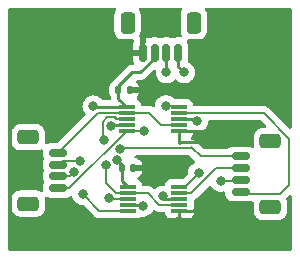
<source format=gbr>
%TF.GenerationSoftware,KiCad,Pcbnew,(6.0.4-0)*%
%TF.CreationDate,2023-02-21T13:55:29-07:00*%
%TF.ProjectId,polarity_inverter,706f6c61-7269-4747-995f-696e76657274,rev?*%
%TF.SameCoordinates,Original*%
%TF.FileFunction,Copper,L1,Top*%
%TF.FilePolarity,Positive*%
%FSLAX46Y46*%
G04 Gerber Fmt 4.6, Leading zero omitted, Abs format (unit mm)*
G04 Created by KiCad (PCBNEW (6.0.4-0)) date 2023-02-21 13:55:29*
%MOMM*%
%LPD*%
G01*
G04 APERTURE LIST*
G04 Aperture macros list*
%AMRoundRect*
0 Rectangle with rounded corners*
0 $1 Rounding radius*
0 $2 $3 $4 $5 $6 $7 $8 $9 X,Y pos of 4 corners*
0 Add a 4 corners polygon primitive as box body*
4,1,4,$2,$3,$4,$5,$6,$7,$8,$9,$2,$3,0*
0 Add four circle primitives for the rounded corners*
1,1,$1+$1,$2,$3*
1,1,$1+$1,$4,$5*
1,1,$1+$1,$6,$7*
1,1,$1+$1,$8,$9*
0 Add four rect primitives between the rounded corners*
20,1,$1+$1,$2,$3,$4,$5,0*
20,1,$1+$1,$4,$5,$6,$7,0*
20,1,$1+$1,$6,$7,$8,$9,0*
20,1,$1+$1,$8,$9,$2,$3,0*%
G04 Aperture macros list end*
%TA.AperFunction,SMDPad,CuDef*%
%ADD10RoundRect,0.150000X-0.150000X-0.625000X0.150000X-0.625000X0.150000X0.625000X-0.150000X0.625000X0*%
%TD*%
%TA.AperFunction,SMDPad,CuDef*%
%ADD11RoundRect,0.250000X-0.350000X-0.650000X0.350000X-0.650000X0.350000X0.650000X-0.350000X0.650000X0*%
%TD*%
%TA.AperFunction,SMDPad,CuDef*%
%ADD12RoundRect,0.150000X0.625000X-0.150000X0.625000X0.150000X-0.625000X0.150000X-0.625000X-0.150000X0*%
%TD*%
%TA.AperFunction,SMDPad,CuDef*%
%ADD13RoundRect,0.250000X0.650000X-0.350000X0.650000X0.350000X-0.650000X0.350000X-0.650000X-0.350000X0*%
%TD*%
%TA.AperFunction,SMDPad,CuDef*%
%ADD14RoundRect,0.150000X-0.625000X0.150000X-0.625000X-0.150000X0.625000X-0.150000X0.625000X0.150000X0*%
%TD*%
%TA.AperFunction,SMDPad,CuDef*%
%ADD15RoundRect,0.250000X-0.650000X0.350000X-0.650000X-0.350000X0.650000X-0.350000X0.650000X0.350000X0*%
%TD*%
%TA.AperFunction,SMDPad,CuDef*%
%ADD16R,1.400000X0.300000*%
%TD*%
%TA.AperFunction,SMDPad,CuDef*%
%ADD17RoundRect,0.140000X-0.140000X-0.170000X0.140000X-0.170000X0.140000X0.170000X-0.140000X0.170000X0*%
%TD*%
%TA.AperFunction,ViaPad*%
%ADD18C,0.800000*%
%TD*%
%TA.AperFunction,Conductor*%
%ADD19C,0.250000*%
%TD*%
%TA.AperFunction,Conductor*%
%ADD20C,0.200000*%
%TD*%
G04 APERTURE END LIST*
D10*
%TO.P,J1,1,gnd*%
%TO.N,GND*%
X134900000Y-114325000D03*
%TO.P,J1,2,VCC*%
%TO.N,VCC*%
X135900000Y-114325000D03*
%TO.P,J1,3,SDA*%
%TO.N,/half_inverter/ctrl+*%
X136900000Y-114325000D03*
%TO.P,J1,4,SCL*%
%TO.N,/half_inverter1/ctrl+*%
X137900000Y-114325000D03*
D11*
%TO.P,J1,MP*%
%TO.N,N/C*%
X133600000Y-111800000D03*
X139200000Y-111800000D03*
%TD*%
D12*
%TO.P,J2,1,gnd*%
%TO.N,/half_inverter/in+*%
X127725000Y-125800000D03*
%TO.P,J2,2,VCC*%
%TO.N,/half_inverter1/in+*%
X127725000Y-124800000D03*
%TO.P,J2,3,SDA*%
%TO.N,/half_inverter1/in-*%
X127725000Y-123800000D03*
%TO.P,J2,4,SCL*%
%TO.N,/half_inverter/in-*%
X127725000Y-122800000D03*
D13*
%TO.P,J2,MP*%
%TO.N,N/C*%
X125200000Y-121500000D03*
X125200000Y-127100000D03*
%TD*%
D14*
%TO.P,J3,1,gnd*%
%TO.N,/half_inverter/out+*%
X143175000Y-123100000D03*
%TO.P,J3,2,VCC*%
%TO.N,/half_inverter1/out-*%
X143175000Y-124100000D03*
%TO.P,J3,3,SDA*%
%TO.N,/half_inverter1/out+*%
X143175000Y-125100000D03*
%TO.P,J3,4,SCL*%
%TO.N,/half_inverter/out-*%
X143175000Y-126100000D03*
D15*
%TO.P,J3,MP*%
%TO.N,N/C*%
X145700000Y-127400000D03*
X145700000Y-121800000D03*
%TD*%
D16*
%TO.P,U1,1,VCC*%
%TO.N,VCC*%
X133540000Y-118940000D03*
%TO.P,U1,2*%
%TO.N,/half_inverter/in-*%
X133540000Y-119440000D03*
%TO.P,U1,3*%
%TO.N,/half_inverter/out+*%
X133540000Y-119940000D03*
%TO.P,U1,4*%
%TO.N,/half_inverter/ctrl+*%
X133540000Y-120440000D03*
%TO.P,U1,5*%
%TO.N,/half_inverter/in+*%
X133540000Y-120940000D03*
%TO.P,U1,6,GND*%
%TO.N,GND*%
X137940000Y-120940000D03*
%TO.P,U1,7*%
%TO.N,/half_inverter/in-*%
X137940000Y-120440000D03*
%TO.P,U1,8*%
%TO.N,/half_inverter/ctrl+*%
X137940000Y-119940000D03*
%TO.P,U1,9*%
%TO.N,/half_inverter/out-*%
X137940000Y-119440000D03*
%TO.P,U1,10*%
%TO.N,/half_inverter/in+*%
X137940000Y-118940000D03*
%TD*%
D17*
%TO.P,C2,1*%
%TO.N,VCC*%
X133100000Y-124100000D03*
%TO.P,C2,2*%
%TO.N,GND*%
X134060000Y-124100000D03*
%TD*%
D16*
%TO.P,U2,1,VCC*%
%TO.N,VCC*%
X133600000Y-125700000D03*
%TO.P,U2,2*%
%TO.N,/half_inverter1/in-*%
X133600000Y-126200000D03*
%TO.P,U2,3*%
%TO.N,/half_inverter1/out+*%
X133600000Y-126700000D03*
%TO.P,U2,4*%
%TO.N,/half_inverter1/ctrl+*%
X133600000Y-127200000D03*
%TO.P,U2,5*%
%TO.N,/half_inverter1/in+*%
X133600000Y-127700000D03*
%TO.P,U2,6,GND*%
%TO.N,GND*%
X138000000Y-127700000D03*
%TO.P,U2,7*%
%TO.N,/half_inverter1/in-*%
X138000000Y-127200000D03*
%TO.P,U2,8*%
%TO.N,/half_inverter1/ctrl+*%
X138000000Y-126700000D03*
%TO.P,U2,9*%
%TO.N,/half_inverter1/out-*%
X138000000Y-126200000D03*
%TO.P,U2,10*%
%TO.N,/half_inverter1/in+*%
X138000000Y-125700000D03*
%TD*%
D17*
%TO.P,C1,1*%
%TO.N,VCC*%
X132820000Y-117500000D03*
%TO.P,C1,2*%
%TO.N,GND*%
X133780000Y-117500000D03*
%TD*%
D18*
%TO.N,GND*%
X135000000Y-117500000D03*
X142500000Y-127600000D03*
X140200000Y-121500000D03*
X138000000Y-128600000D03*
X135796060Y-123801000D03*
X131700000Y-114400000D03*
%TO.N,VCC*%
X132737354Y-123453056D03*
X130700841Y-118847511D03*
%TO.N,/half_inverter/ctrl+*%
X136900000Y-116000000D03*
X132190544Y-120513545D03*
X139500000Y-120139500D03*
%TO.N,/half_inverter1/ctrl+*%
X134900000Y-127300000D03*
X138400000Y-116000000D03*
X136594622Y-126500500D03*
%TO.N,/half_inverter/in+*%
X136857777Y-118828147D03*
X135000000Y-121000000D03*
%TO.N,/half_inverter1/in+*%
X139655378Y-124500500D03*
X129095378Y-124395378D03*
X129800000Y-126300000D03*
%TO.N,/half_inverter1/in-*%
X131800000Y-123800000D03*
X129548571Y-123504523D03*
%TO.N,/half_inverter/out+*%
X131600000Y-121700000D03*
X132984622Y-122484622D03*
%TO.N,/half_inverter1/out+*%
X132058867Y-126597133D03*
X141500000Y-125200000D03*
%TD*%
D19*
%TO.N,GND*%
X138000000Y-127700000D02*
X139400000Y-127700000D01*
X139500000Y-127600000D02*
X139400000Y-127700000D01*
X134060000Y-124100000D02*
X135497060Y-124100000D01*
X138124519Y-121875481D02*
X139824519Y-121875481D01*
X139800000Y-127600000D02*
X142500000Y-127600000D01*
X139800000Y-127600000D02*
X139700000Y-127700000D01*
X138000000Y-128600000D02*
X138000000Y-127700000D01*
X139800000Y-127600000D02*
X139500000Y-127600000D01*
X138800000Y-128600000D02*
X138000000Y-128600000D01*
X140200000Y-121200000D02*
X140200000Y-121500000D01*
X139940000Y-120940000D02*
X137940000Y-120940000D01*
X139700000Y-127700000D02*
X138800000Y-128600000D01*
X137940000Y-120940000D02*
X137940000Y-121940000D01*
X133780000Y-117500000D02*
X135000000Y-117500000D01*
X134900000Y-114325000D02*
X131775000Y-114325000D01*
X138000000Y-122000000D02*
X138124519Y-121875481D01*
X139940000Y-120940000D02*
X140200000Y-121200000D01*
X139824519Y-121875481D02*
X140200000Y-121500000D01*
X138000000Y-122000000D02*
X137940000Y-121940000D01*
X135497060Y-124100000D02*
X135796060Y-123801000D01*
X131775000Y-114325000D02*
X131700000Y-114400000D01*
%TO.N,VCC*%
X132820000Y-117180000D02*
X132820000Y-117500000D01*
X133600000Y-125700000D02*
X133100000Y-125200000D01*
X133100000Y-124100000D02*
X133100000Y-123815702D01*
X134671072Y-116000000D02*
X134000000Y-116000000D01*
X133100000Y-125200000D02*
X133100000Y-124100000D01*
X135900000Y-114771072D02*
X134671072Y-116000000D01*
X132820000Y-118220000D02*
X133540000Y-118940000D01*
X133100000Y-123815702D02*
X132737354Y-123453056D01*
X130700841Y-118847511D02*
X130793330Y-118940000D01*
X130793330Y-118940000D02*
X133540000Y-118940000D01*
X134000000Y-116000000D02*
X132820000Y-117180000D01*
X132820000Y-117500000D02*
X132820000Y-118220000D01*
%TO.N,/half_inverter/ctrl+*%
X137940000Y-119940000D02*
X139300500Y-119940000D01*
X132264089Y-120440000D02*
X132190544Y-120513545D01*
X133540000Y-120440000D02*
X132264089Y-120440000D01*
X136900000Y-114325000D02*
X136900000Y-116000000D01*
X139300500Y-119940000D02*
X139500000Y-120139500D01*
%TO.N,/half_inverter1/ctrl+*%
X133600000Y-127200000D02*
X134800000Y-127200000D01*
X136794122Y-126700000D02*
X138000000Y-126700000D01*
X137900000Y-114325000D02*
X137900000Y-115500000D01*
X134800000Y-127200000D02*
X134900000Y-127300000D01*
X136594622Y-126500500D02*
X136794122Y-126700000D01*
X137900000Y-115500000D02*
X138400000Y-116000000D01*
D20*
%TO.N,/half_inverter/in+*%
X134940000Y-120940000D02*
X135000000Y-121000000D01*
X128680000Y-125800000D02*
X127725000Y-125800000D01*
X133540000Y-120940000D02*
X128680000Y-125800000D01*
X136857777Y-118828147D02*
X137828147Y-118828147D01*
X137828147Y-118828147D02*
X137940000Y-118940000D01*
X133540000Y-120940000D02*
X134940000Y-120940000D01*
%TO.N,/half_inverter1/in+*%
X138455878Y-125700000D02*
X139655378Y-124500500D01*
X131200000Y-127700000D02*
X133600000Y-127700000D01*
X128690756Y-124800000D02*
X129095378Y-124395378D01*
X129800000Y-126300000D02*
X131200000Y-127700000D01*
X127725000Y-124800000D02*
X128690756Y-124800000D01*
%TO.N,/half_inverter1/in-*%
X131800000Y-125349022D02*
X131800000Y-123800000D01*
X135300000Y-126200000D02*
X136300000Y-127200000D01*
X129548571Y-123504523D02*
X128020477Y-123504523D01*
X133600000Y-126200000D02*
X135300000Y-126200000D01*
X136300000Y-127200000D02*
X138000000Y-127200000D01*
X132650978Y-126200000D02*
X131800000Y-125349022D01*
X133600000Y-126200000D02*
X132650978Y-126200000D01*
X128020477Y-123504523D02*
X127725000Y-123800000D01*
%TO.N,/half_inverter/in-*%
X136440000Y-120440000D02*
X137940000Y-120440000D01*
X133514514Y-119414514D02*
X131110486Y-119414514D01*
X135440000Y-119440000D02*
X136440000Y-120440000D01*
X131110486Y-119414514D02*
X127725000Y-122800000D01*
X133540000Y-119440000D02*
X135440000Y-119440000D01*
%TO.N,/half_inverter/out+*%
X133324519Y-122424519D02*
X133264416Y-122484622D01*
X133264416Y-122484622D02*
X132984622Y-122484622D01*
X131491033Y-120208967D02*
X131885966Y-119814034D01*
X139800000Y-123100000D02*
X139000000Y-122300000D01*
X131885966Y-119814034D02*
X132614034Y-119814034D01*
X143175000Y-123100000D02*
X139800000Y-123100000D01*
X132600480Y-119940000D02*
X132500000Y-119839520D01*
X138875481Y-122424519D02*
X133324519Y-122424519D01*
X132614034Y-119814034D02*
X132740000Y-119940000D01*
X139000000Y-122300000D02*
X138875481Y-122424519D01*
X133540000Y-119940000D02*
X132600480Y-119940000D01*
X132740000Y-119940000D02*
X133540000Y-119940000D01*
X131600000Y-121700000D02*
X131491033Y-121591033D01*
X131491033Y-121591033D02*
X131491033Y-120208967D01*
%TO.N,/half_inverter1/out-*%
X141100000Y-124100000D02*
X143175000Y-124100000D01*
X139000000Y-126200000D02*
X141100000Y-124100000D01*
X138000000Y-126200000D02*
X139000000Y-126200000D01*
%TO.N,/half_inverter1/out+*%
X141500000Y-125200000D02*
X143075000Y-125200000D01*
X133600000Y-126700000D02*
X132161734Y-126700000D01*
X132161734Y-126700000D02*
X132058867Y-126597133D01*
%TO.N,/half_inverter/out-*%
X147300000Y-121622862D02*
X147300000Y-125500000D01*
X137940000Y-119440000D02*
X145117138Y-119440000D01*
X145117138Y-119440000D02*
X147300000Y-121622862D01*
X147300000Y-125500000D02*
X146500000Y-126300000D01*
X146500000Y-126300000D02*
X143375000Y-126300000D01*
%TD*%
%TA.AperFunction,Conductor*%
%TO.N,GND*%
G36*
X132596812Y-110528502D02*
G01*
X132643305Y-110582158D01*
X132653409Y-110652432D01*
X132635951Y-110700616D01*
X132557885Y-110827262D01*
X132502203Y-110995139D01*
X132491500Y-111099600D01*
X132491500Y-112500400D01*
X132502474Y-112606166D01*
X132558450Y-112773946D01*
X132651522Y-112924348D01*
X132776697Y-113049305D01*
X132782927Y-113053145D01*
X132782928Y-113053146D01*
X132920090Y-113137694D01*
X132927262Y-113142115D01*
X133007005Y-113168564D01*
X133088611Y-113195632D01*
X133088613Y-113195632D01*
X133095139Y-113197797D01*
X133101975Y-113198497D01*
X133101978Y-113198498D01*
X133145031Y-113202909D01*
X133199600Y-113208500D01*
X134000400Y-113208500D01*
X134003646Y-113208163D01*
X134003650Y-113208163D01*
X134023187Y-113206136D01*
X134045475Y-113203823D01*
X134115295Y-113216687D01*
X134167077Y-113265258D01*
X134184380Y-113334114D01*
X134166932Y-113393289D01*
X134145352Y-113429779D01*
X134139107Y-113444210D01*
X134096731Y-113590065D01*
X134094430Y-113602667D01*
X134092193Y-113631084D01*
X134092000Y-113636014D01*
X134092000Y-114052885D01*
X134096475Y-114068124D01*
X134097865Y-114069329D01*
X134105548Y-114071000D01*
X134627885Y-114071000D01*
X134643124Y-114066525D01*
X134644329Y-114065135D01*
X134646000Y-114057452D01*
X134646000Y-113063122D01*
X134641525Y-113047883D01*
X134619616Y-113028898D01*
X134610881Y-113024910D01*
X134572494Y-112965186D01*
X134572490Y-112894189D01*
X134586128Y-112863565D01*
X134638275Y-112778968D01*
X134638276Y-112778966D01*
X134642115Y-112772738D01*
X134697797Y-112604861D01*
X134708500Y-112500400D01*
X134708500Y-111099600D01*
X134697526Y-110993834D01*
X134641550Y-110826054D01*
X134564042Y-110700803D01*
X134545204Y-110632351D01*
X134566365Y-110564581D01*
X134620806Y-110519010D01*
X134671186Y-110508500D01*
X138128691Y-110508500D01*
X138196812Y-110528502D01*
X138243305Y-110582158D01*
X138253409Y-110652432D01*
X138235951Y-110700616D01*
X138157885Y-110827262D01*
X138102203Y-110995139D01*
X138091500Y-111099600D01*
X138091500Y-112500400D01*
X138102474Y-112606166D01*
X138158450Y-112773946D01*
X138205017Y-112849197D01*
X138223855Y-112917649D01*
X138202694Y-112985418D01*
X138148253Y-113030990D01*
X138097873Y-113041500D01*
X137683498Y-113041500D01*
X137681050Y-113041693D01*
X137681042Y-113041693D01*
X137652579Y-113043933D01*
X137652574Y-113043934D01*
X137646169Y-113044438D01*
X137581858Y-113063122D01*
X137494012Y-113088643D01*
X137494010Y-113088644D01*
X137486399Y-113090855D01*
X137479576Y-113094890D01*
X137479574Y-113094891D01*
X137464137Y-113104020D01*
X137395321Y-113121478D01*
X137335863Y-113104020D01*
X137320426Y-113094891D01*
X137320424Y-113094890D01*
X137313601Y-113090855D01*
X137305990Y-113088644D01*
X137305988Y-113088643D01*
X137218142Y-113063122D01*
X137153831Y-113044438D01*
X137147426Y-113043934D01*
X137147421Y-113043933D01*
X137118958Y-113041693D01*
X137118950Y-113041693D01*
X137116502Y-113041500D01*
X136683498Y-113041500D01*
X136681050Y-113041693D01*
X136681042Y-113041693D01*
X136652579Y-113043933D01*
X136652574Y-113043934D01*
X136646169Y-113044438D01*
X136581858Y-113063122D01*
X136494012Y-113088643D01*
X136494010Y-113088644D01*
X136486399Y-113090855D01*
X136479576Y-113094890D01*
X136479574Y-113094891D01*
X136464137Y-113104020D01*
X136395321Y-113121478D01*
X136335863Y-113104020D01*
X136320426Y-113094891D01*
X136320424Y-113094890D01*
X136313601Y-113090855D01*
X136305990Y-113088644D01*
X136305988Y-113088643D01*
X136218142Y-113063122D01*
X136153831Y-113044438D01*
X136147426Y-113043934D01*
X136147421Y-113043933D01*
X136118958Y-113041693D01*
X136118950Y-113041693D01*
X136116502Y-113041500D01*
X135683498Y-113041500D01*
X135681050Y-113041693D01*
X135681042Y-113041693D01*
X135652579Y-113043933D01*
X135652574Y-113043934D01*
X135646169Y-113044438D01*
X135581858Y-113063122D01*
X135494012Y-113088643D01*
X135494010Y-113088644D01*
X135486399Y-113090855D01*
X135463649Y-113104310D01*
X135394835Y-113121770D01*
X135335370Y-113104311D01*
X135320221Y-113095352D01*
X135305790Y-113089107D01*
X135171395Y-113050061D01*
X135157294Y-113050101D01*
X135154000Y-113057370D01*
X135154000Y-113382430D01*
X135143885Y-113431275D01*
X135140855Y-113436399D01*
X135138645Y-113444007D01*
X135138643Y-113444011D01*
X135115282Y-113524422D01*
X135094438Y-113596169D01*
X135093934Y-113602574D01*
X135093933Y-113602579D01*
X135091693Y-113631042D01*
X135091500Y-113633498D01*
X135091500Y-114453000D01*
X135071498Y-114521121D01*
X135017842Y-114567614D01*
X134965500Y-114579000D01*
X134110116Y-114579000D01*
X134094877Y-114583475D01*
X134093672Y-114584865D01*
X134092001Y-114592548D01*
X134092001Y-115013984D01*
X134092195Y-115018920D01*
X134094430Y-115047336D01*
X134096731Y-115059934D01*
X134138707Y-115204415D01*
X134138504Y-115275411D01*
X134099951Y-115335027D01*
X134035286Y-115364336D01*
X134021671Y-115365506D01*
X133997878Y-115366254D01*
X133992013Y-115366438D01*
X133988055Y-115366500D01*
X133960144Y-115366500D01*
X133956210Y-115366997D01*
X133956209Y-115366997D01*
X133956144Y-115367005D01*
X133944307Y-115367938D01*
X133912049Y-115368952D01*
X133908030Y-115369078D01*
X133900111Y-115369327D01*
X133880657Y-115374979D01*
X133861300Y-115378987D01*
X133849070Y-115380532D01*
X133849069Y-115380532D01*
X133841203Y-115381526D01*
X133833832Y-115384445D01*
X133833830Y-115384445D01*
X133800088Y-115397804D01*
X133788858Y-115401649D01*
X133754017Y-115411771D01*
X133754016Y-115411771D01*
X133746407Y-115413982D01*
X133739588Y-115418015D01*
X133739583Y-115418017D01*
X133728972Y-115424293D01*
X133711224Y-115432988D01*
X133692383Y-115440448D01*
X133685967Y-115445110D01*
X133685966Y-115445110D01*
X133656613Y-115466436D01*
X133646693Y-115472952D01*
X133615465Y-115491420D01*
X133615462Y-115491422D01*
X133608638Y-115495458D01*
X133594317Y-115509779D01*
X133579284Y-115522619D01*
X133562893Y-115534528D01*
X133557842Y-115540634D01*
X133534702Y-115568605D01*
X133526712Y-115577384D01*
X132427747Y-116676348D01*
X132419461Y-116683888D01*
X132412982Y-116688000D01*
X132407557Y-116693777D01*
X132366357Y-116737651D01*
X132363602Y-116740493D01*
X132343865Y-116760230D01*
X132341385Y-116763427D01*
X132333678Y-116772451D01*
X132327063Y-116779495D01*
X132299355Y-116801693D01*
X132286194Y-116809476D01*
X132286189Y-116809480D01*
X132279371Y-116813512D01*
X132163512Y-116929371D01*
X132080106Y-117070403D01*
X132034394Y-117227746D01*
X132031500Y-117264516D01*
X132031500Y-117735484D01*
X132034394Y-117772254D01*
X132080106Y-117929597D01*
X132160261Y-118065133D01*
X132160262Y-118065134D01*
X132163512Y-118070629D01*
X132162626Y-118071153D01*
X132185960Y-118130579D01*
X132185896Y-118152758D01*
X132184298Y-118159909D01*
X132184547Y-118167829D01*
X132184821Y-118176540D01*
X132166970Y-118245256D01*
X132114802Y-118293412D01*
X132058883Y-118306500D01*
X131492317Y-118306500D01*
X131424196Y-118286498D01*
X131398681Y-118264810D01*
X131394221Y-118259856D01*
X131346328Y-118206666D01*
X131316516Y-118173556D01*
X131316515Y-118173555D01*
X131312094Y-118168645D01*
X131184478Y-118075926D01*
X131162935Y-118060274D01*
X131162934Y-118060273D01*
X131157593Y-118056393D01*
X131151565Y-118053709D01*
X131151563Y-118053708D01*
X130989160Y-117981402D01*
X130989159Y-117981402D01*
X130983129Y-117978717D01*
X130885574Y-117957981D01*
X130802785Y-117940383D01*
X130802780Y-117940383D01*
X130796328Y-117939011D01*
X130605354Y-117939011D01*
X130598902Y-117940383D01*
X130598897Y-117940383D01*
X130516108Y-117957981D01*
X130418553Y-117978717D01*
X130412523Y-117981402D01*
X130412522Y-117981402D01*
X130250119Y-118053708D01*
X130250117Y-118053709D01*
X130244089Y-118056393D01*
X130238748Y-118060273D01*
X130238747Y-118060274D01*
X130217204Y-118075926D01*
X130089588Y-118168645D01*
X130085167Y-118173555D01*
X130085166Y-118173556D01*
X129983656Y-118286295D01*
X129961801Y-118310567D01*
X129958500Y-118316285D01*
X129890584Y-118433919D01*
X129866314Y-118475955D01*
X129807299Y-118657583D01*
X129806609Y-118664144D01*
X129806609Y-118664146D01*
X129796761Y-118757842D01*
X129787337Y-118847511D01*
X129807299Y-119037439D01*
X129866314Y-119219067D01*
X129961801Y-119384455D01*
X130032554Y-119463034D01*
X130063271Y-119527042D01*
X130054506Y-119597495D01*
X130028012Y-119636439D01*
X127709856Y-121954595D01*
X127647544Y-121988621D01*
X127620761Y-121991500D01*
X127033498Y-121991500D01*
X127031050Y-121991693D01*
X127031042Y-121991693D01*
X127002579Y-121993933D01*
X127002574Y-121993934D01*
X126996169Y-121994438D01*
X126896231Y-122023472D01*
X126844012Y-122038643D01*
X126844010Y-122038644D01*
X126836399Y-122040855D01*
X126829575Y-122044891D01*
X126793414Y-122066276D01*
X126724598Y-122083735D01*
X126657266Y-122061217D01*
X126612798Y-122005872D01*
X126603932Y-121944980D01*
X126608500Y-121900400D01*
X126608500Y-121099600D01*
X126605967Y-121075189D01*
X126598238Y-121000692D01*
X126598237Y-121000688D01*
X126597526Y-120993834D01*
X126593888Y-120982928D01*
X126543868Y-120833002D01*
X126541550Y-120826054D01*
X126448478Y-120675652D01*
X126323303Y-120550695D01*
X126303871Y-120538717D01*
X126178968Y-120461725D01*
X126178966Y-120461724D01*
X126172738Y-120457885D01*
X126012254Y-120404655D01*
X126011389Y-120404368D01*
X126011387Y-120404368D01*
X126004861Y-120402203D01*
X125998025Y-120401503D01*
X125998022Y-120401502D01*
X125954969Y-120397091D01*
X125900400Y-120391500D01*
X124499600Y-120391500D01*
X124496354Y-120391837D01*
X124496350Y-120391837D01*
X124400692Y-120401762D01*
X124400688Y-120401763D01*
X124393834Y-120402474D01*
X124387298Y-120404655D01*
X124387296Y-120404655D01*
X124255194Y-120448728D01*
X124226054Y-120458450D01*
X124075652Y-120551522D01*
X123950695Y-120676697D01*
X123946855Y-120682927D01*
X123946854Y-120682928D01*
X123863369Y-120818366D01*
X123857885Y-120827262D01*
X123848120Y-120856704D01*
X123808988Y-120974684D01*
X123802203Y-120995139D01*
X123801503Y-121001975D01*
X123801502Y-121001978D01*
X123798664Y-121029678D01*
X123791500Y-121099600D01*
X123791500Y-121900400D01*
X123791837Y-121903646D01*
X123791837Y-121903650D01*
X123801205Y-121993933D01*
X123802474Y-122006166D01*
X123804655Y-122012702D01*
X123804655Y-122012704D01*
X123822193Y-122065271D01*
X123858450Y-122173946D01*
X123951522Y-122324348D01*
X124076697Y-122449305D01*
X124082927Y-122453145D01*
X124082928Y-122453146D01*
X124220090Y-122537694D01*
X124227262Y-122542115D01*
X124302620Y-122567110D01*
X124388611Y-122595632D01*
X124388613Y-122595632D01*
X124395139Y-122597797D01*
X124401975Y-122598497D01*
X124401978Y-122598498D01*
X124445031Y-122602909D01*
X124499600Y-122608500D01*
X125900400Y-122608500D01*
X125903646Y-122608163D01*
X125903650Y-122608163D01*
X125999308Y-122598238D01*
X125999312Y-122598237D01*
X126006166Y-122597526D01*
X126012702Y-122595345D01*
X126012704Y-122595345D01*
X126160101Y-122546169D01*
X126173946Y-122541550D01*
X126249197Y-122494983D01*
X126317649Y-122476145D01*
X126385418Y-122497306D01*
X126430990Y-122551747D01*
X126441500Y-122602127D01*
X126441500Y-123016502D01*
X126441693Y-123018950D01*
X126441693Y-123018958D01*
X126443193Y-123038009D01*
X126444438Y-123053831D01*
X126490855Y-123213601D01*
X126494890Y-123220424D01*
X126494891Y-123220426D01*
X126504020Y-123235863D01*
X126521478Y-123304679D01*
X126504020Y-123364137D01*
X126494891Y-123379574D01*
X126490855Y-123386399D01*
X126488644Y-123394010D01*
X126488643Y-123394012D01*
X126473472Y-123446231D01*
X126444438Y-123546169D01*
X126443934Y-123552574D01*
X126443933Y-123552579D01*
X126443469Y-123558478D01*
X126441500Y-123583498D01*
X126441500Y-124016502D01*
X126444438Y-124053831D01*
X126490855Y-124213601D01*
X126494890Y-124220424D01*
X126494891Y-124220426D01*
X126504020Y-124235863D01*
X126521478Y-124304679D01*
X126504020Y-124364137D01*
X126502549Y-124366625D01*
X126490855Y-124386399D01*
X126444438Y-124546169D01*
X126441500Y-124583498D01*
X126441500Y-125016502D01*
X126441693Y-125018950D01*
X126441693Y-125018958D01*
X126443497Y-125041869D01*
X126444438Y-125053831D01*
X126490855Y-125213601D01*
X126494890Y-125220424D01*
X126494891Y-125220426D01*
X126504020Y-125235863D01*
X126521478Y-125304679D01*
X126504020Y-125364137D01*
X126494891Y-125379574D01*
X126490855Y-125386399D01*
X126444438Y-125546169D01*
X126441500Y-125583498D01*
X126441500Y-125997870D01*
X126421498Y-126065991D01*
X126367842Y-126112484D01*
X126297568Y-126122588D01*
X126249384Y-126105130D01*
X126178968Y-126061725D01*
X126178966Y-126061724D01*
X126172738Y-126057885D01*
X126059030Y-126020170D01*
X126011389Y-126004368D01*
X126011387Y-126004368D01*
X126004861Y-126002203D01*
X125998025Y-126001503D01*
X125998022Y-126001502D01*
X125954969Y-125997091D01*
X125900400Y-125991500D01*
X124499600Y-125991500D01*
X124496354Y-125991837D01*
X124496350Y-125991837D01*
X124400692Y-126001762D01*
X124400688Y-126001763D01*
X124393834Y-126002474D01*
X124387298Y-126004655D01*
X124387296Y-126004655D01*
X124255194Y-126048728D01*
X124226054Y-126058450D01*
X124075652Y-126151522D01*
X123950695Y-126276697D01*
X123946855Y-126282927D01*
X123946854Y-126282928D01*
X123927681Y-126314033D01*
X123857885Y-126427262D01*
X123855581Y-126434209D01*
X123814142Y-126559145D01*
X123802203Y-126595139D01*
X123801503Y-126601975D01*
X123801502Y-126601978D01*
X123798893Y-126627441D01*
X123791500Y-126699600D01*
X123791500Y-127500400D01*
X123791837Y-127503646D01*
X123791837Y-127503650D01*
X123801515Y-127596922D01*
X123802474Y-127606166D01*
X123804655Y-127612702D01*
X123804655Y-127612704D01*
X123816868Y-127649310D01*
X123858450Y-127773946D01*
X123951522Y-127924348D01*
X124076697Y-128049305D01*
X124082927Y-128053145D01*
X124082928Y-128053146D01*
X124220090Y-128137694D01*
X124227262Y-128142115D01*
X124276583Y-128158474D01*
X124388611Y-128195632D01*
X124388613Y-128195632D01*
X124395139Y-128197797D01*
X124401975Y-128198497D01*
X124401978Y-128198498D01*
X124445031Y-128202909D01*
X124499600Y-128208500D01*
X125900400Y-128208500D01*
X125903646Y-128208163D01*
X125903650Y-128208163D01*
X125999308Y-128198238D01*
X125999312Y-128198237D01*
X126006166Y-128197526D01*
X126012702Y-128195345D01*
X126012704Y-128195345D01*
X126144806Y-128151272D01*
X126173946Y-128141550D01*
X126324348Y-128048478D01*
X126449305Y-127923303D01*
X126456649Y-127911389D01*
X126538275Y-127778968D01*
X126538276Y-127778966D01*
X126542115Y-127772738D01*
X126580013Y-127658478D01*
X126595632Y-127611389D01*
X126595632Y-127611387D01*
X126597797Y-127604861D01*
X126598611Y-127596922D01*
X126608172Y-127503598D01*
X126608500Y-127500400D01*
X126608500Y-126699600D01*
X126603887Y-126655144D01*
X126616751Y-126585325D01*
X126665322Y-126533542D01*
X126734177Y-126516239D01*
X126793351Y-126533686D01*
X126836399Y-126559145D01*
X126844010Y-126561356D01*
X126844012Y-126561357D01*
X126873432Y-126569904D01*
X126996169Y-126605562D01*
X127002574Y-126606066D01*
X127002579Y-126606067D01*
X127031042Y-126608307D01*
X127031050Y-126608307D01*
X127033498Y-126608500D01*
X128416502Y-126608500D01*
X128418950Y-126608307D01*
X128418958Y-126608307D01*
X128447421Y-126606067D01*
X128447426Y-126606066D01*
X128453831Y-126605562D01*
X128576568Y-126569904D01*
X128605988Y-126561357D01*
X128605990Y-126561356D01*
X128613601Y-126559145D01*
X128742747Y-126482768D01*
X128811563Y-126465308D01*
X128878894Y-126487825D01*
X128923363Y-126543169D01*
X128926718Y-126552281D01*
X128965473Y-126671556D01*
X128968776Y-126677278D01*
X128968777Y-126677279D01*
X128983550Y-126702866D01*
X129060960Y-126836944D01*
X129065378Y-126841851D01*
X129065379Y-126841852D01*
X129125215Y-126908307D01*
X129188747Y-126978866D01*
X129343248Y-127091118D01*
X129349276Y-127093802D01*
X129349278Y-127093803D01*
X129511681Y-127166109D01*
X129517712Y-127168794D01*
X129611112Y-127188647D01*
X129698056Y-127207128D01*
X129698061Y-127207128D01*
X129704513Y-127208500D01*
X129795761Y-127208500D01*
X129863882Y-127228502D01*
X129884856Y-127245405D01*
X130735685Y-128096234D01*
X130746552Y-128108625D01*
X130766013Y-128133987D01*
X130772563Y-128139013D01*
X130797925Y-128158474D01*
X130797928Y-128158477D01*
X130875871Y-128218285D01*
X130893124Y-128231524D01*
X131041149Y-128292838D01*
X131049336Y-128293916D01*
X131049337Y-128293916D01*
X131060542Y-128295391D01*
X131091738Y-128299498D01*
X131160115Y-128308500D01*
X131160118Y-128308500D01*
X131160126Y-128308501D01*
X131191811Y-128312672D01*
X131200000Y-128313750D01*
X131231693Y-128309578D01*
X131248136Y-128308500D01*
X132651487Y-128308500D01*
X132695716Y-128316518D01*
X132782289Y-128348973D01*
X132782291Y-128348973D01*
X132789684Y-128351745D01*
X132797532Y-128352598D01*
X132797534Y-128352598D01*
X132847254Y-128357999D01*
X132851866Y-128358500D01*
X134348134Y-128358500D01*
X134410316Y-128351745D01*
X134546705Y-128300615D01*
X134618789Y-128246591D01*
X134653629Y-128220480D01*
X134720135Y-128195632D01*
X134755390Y-128198059D01*
X134789254Y-128205257D01*
X134804513Y-128208500D01*
X134995487Y-128208500D01*
X135001939Y-128207128D01*
X135001944Y-128207128D01*
X135088888Y-128188647D01*
X135182288Y-128168794D01*
X135188319Y-128166109D01*
X135350722Y-128093803D01*
X135350724Y-128093802D01*
X135356752Y-128091118D01*
X135371813Y-128080176D01*
X135503498Y-127984500D01*
X135511253Y-127978866D01*
X135521393Y-127967604D01*
X135634621Y-127841852D01*
X135634622Y-127841851D01*
X135639040Y-127836944D01*
X135642339Y-127831231D01*
X135642342Y-127831226D01*
X135718088Y-127700030D01*
X135769471Y-127651037D01*
X135839185Y-127637601D01*
X135903911Y-127663068D01*
X135993124Y-127731524D01*
X136141149Y-127792838D01*
X136149337Y-127793916D01*
X136220575Y-127803295D01*
X136300000Y-127813751D01*
X136331699Y-127809578D01*
X136348144Y-127808500D01*
X136669215Y-127808500D01*
X136737336Y-127828502D01*
X136783829Y-127882158D01*
X136794478Y-127920894D01*
X136797895Y-127952353D01*
X136801521Y-127967604D01*
X136846676Y-128088054D01*
X136855214Y-128103649D01*
X136931715Y-128205724D01*
X136944276Y-128218285D01*
X137046351Y-128294786D01*
X137061946Y-128303324D01*
X137182394Y-128348478D01*
X137197649Y-128352105D01*
X137248514Y-128357631D01*
X137255328Y-128358000D01*
X137831885Y-128358000D01*
X137847124Y-128353525D01*
X137848329Y-128352135D01*
X137850000Y-128344452D01*
X137850000Y-127984500D01*
X137870002Y-127916379D01*
X137923658Y-127869886D01*
X137976000Y-127858500D01*
X138024000Y-127858500D01*
X138092121Y-127878502D01*
X138138614Y-127932158D01*
X138150000Y-127984500D01*
X138150000Y-128339884D01*
X138154475Y-128355123D01*
X138155865Y-128356328D01*
X138163548Y-128357999D01*
X138744669Y-128357999D01*
X138751490Y-128357629D01*
X138802352Y-128352105D01*
X138817604Y-128348479D01*
X138938054Y-128303324D01*
X138953649Y-128294786D01*
X139055724Y-128218285D01*
X139068285Y-128205724D01*
X139144786Y-128103649D01*
X139153324Y-128088054D01*
X139198478Y-127967606D01*
X139202105Y-127952351D01*
X139207631Y-127901486D01*
X139208000Y-127894672D01*
X139208000Y-127868115D01*
X139203525Y-127852876D01*
X139202135Y-127851671D01*
X139185235Y-127847995D01*
X139122922Y-127813970D01*
X139088897Y-127751658D01*
X139093961Y-127680843D01*
X139111190Y-127649310D01*
X139145231Y-127603889D01*
X139145231Y-127603888D01*
X139150614Y-127596706D01*
X139150903Y-127596922D01*
X139197065Y-127550861D01*
X139202418Y-127548647D01*
X139206328Y-127544135D01*
X139207999Y-127536452D01*
X139207999Y-127505330D01*
X139207630Y-127498509D01*
X139204091Y-127465930D01*
X139204091Y-127438716D01*
X139208131Y-127401528D01*
X139208500Y-127398134D01*
X139208500Y-127001866D01*
X139204344Y-126963606D01*
X139204344Y-126936393D01*
X139208131Y-126901533D01*
X139208131Y-126901529D01*
X139208500Y-126898134D01*
X139208500Y-126856463D01*
X139228502Y-126788342D01*
X139286283Y-126740054D01*
X139287511Y-126739545D01*
X139306876Y-126731524D01*
X139314631Y-126725574D01*
X139402072Y-126658477D01*
X139402075Y-126658474D01*
X139427437Y-126639013D01*
X139433987Y-126633987D01*
X139453458Y-126608613D01*
X139464316Y-126596233D01*
X140484766Y-125575783D01*
X140547078Y-125541757D01*
X140617893Y-125546822D01*
X140674729Y-125589369D01*
X140682976Y-125601871D01*
X140760960Y-125736944D01*
X140888747Y-125878866D01*
X141043248Y-125991118D01*
X141049276Y-125993802D01*
X141049278Y-125993803D01*
X141211416Y-126065991D01*
X141217712Y-126068794D01*
X141311112Y-126088647D01*
X141398056Y-126107128D01*
X141398061Y-126107128D01*
X141404513Y-126108500D01*
X141595487Y-126108500D01*
X141601939Y-126107128D01*
X141601944Y-126107128D01*
X141739303Y-126077931D01*
X141810094Y-126083333D01*
X141866726Y-126126150D01*
X141891220Y-126192788D01*
X141891500Y-126201178D01*
X141891500Y-126316502D01*
X141894438Y-126353831D01*
X141917790Y-126434209D01*
X141929482Y-126474453D01*
X141940855Y-126513601D01*
X141944892Y-126520427D01*
X142021509Y-126649980D01*
X142021511Y-126649983D01*
X142025547Y-126656807D01*
X142143193Y-126774453D01*
X142150017Y-126778489D01*
X142150020Y-126778491D01*
X142208883Y-126813302D01*
X142286399Y-126859145D01*
X142294010Y-126861356D01*
X142294012Y-126861357D01*
X142346231Y-126876528D01*
X142446169Y-126905562D01*
X142452574Y-126906066D01*
X142452579Y-126906067D01*
X142481042Y-126908307D01*
X142481050Y-126908307D01*
X142483498Y-126908500D01*
X144165500Y-126908500D01*
X144233621Y-126928502D01*
X144280114Y-126982158D01*
X144291500Y-127034500D01*
X144291500Y-127800400D01*
X144291837Y-127803646D01*
X144291837Y-127803650D01*
X144299604Y-127878502D01*
X144302474Y-127906166D01*
X144304655Y-127912702D01*
X144304655Y-127912704D01*
X144317883Y-127952353D01*
X144358450Y-128073946D01*
X144451522Y-128224348D01*
X144456704Y-128229521D01*
X144461876Y-128234684D01*
X144576697Y-128349305D01*
X144582927Y-128353145D01*
X144582928Y-128353146D01*
X144720090Y-128437694D01*
X144727262Y-128442115D01*
X144807005Y-128468564D01*
X144888611Y-128495632D01*
X144888613Y-128495632D01*
X144895139Y-128497797D01*
X144901975Y-128498497D01*
X144901978Y-128498498D01*
X144945031Y-128502909D01*
X144999600Y-128508500D01*
X146400400Y-128508500D01*
X146403646Y-128508163D01*
X146403650Y-128508163D01*
X146499308Y-128498238D01*
X146499312Y-128498237D01*
X146506166Y-128497526D01*
X146512702Y-128495345D01*
X146512704Y-128495345D01*
X146644806Y-128451272D01*
X146673946Y-128441550D01*
X146824348Y-128348478D01*
X146949305Y-128223303D01*
X146958632Y-128208172D01*
X147038275Y-128078968D01*
X147038276Y-128078966D01*
X147042115Y-128072738D01*
X147089962Y-127928483D01*
X147095632Y-127911389D01*
X147095632Y-127911387D01*
X147097797Y-127904861D01*
X147108500Y-127800400D01*
X147108500Y-126999600D01*
X147106752Y-126982749D01*
X147098238Y-126900692D01*
X147098237Y-126900688D01*
X147097526Y-126893834D01*
X147080184Y-126841852D01*
X147041550Y-126726054D01*
X147042989Y-126725574D01*
X147033472Y-126663666D01*
X147062334Y-126598801D01*
X147069263Y-126591286D01*
X147276405Y-126384144D01*
X147338717Y-126350118D01*
X147409532Y-126355183D01*
X147466368Y-126397730D01*
X147491179Y-126464250D01*
X147491500Y-126473239D01*
X147491500Y-130965500D01*
X147471498Y-131033621D01*
X147417842Y-131080114D01*
X147365500Y-131091500D01*
X123634500Y-131091500D01*
X123566379Y-131071498D01*
X123519886Y-131017842D01*
X123508500Y-130965500D01*
X123508500Y-110634500D01*
X123528502Y-110566379D01*
X123582158Y-110519886D01*
X123634500Y-110508500D01*
X132528691Y-110508500D01*
X132596812Y-110528502D01*
G37*
%TD.AperFunction*%
%TA.AperFunction,Conductor*%
G36*
X138888401Y-123053021D02*
G01*
X138909375Y-123069924D01*
X139311311Y-123471860D01*
X139345337Y-123534172D01*
X139340272Y-123604987D01*
X139297725Y-123661823D01*
X139273464Y-123676062D01*
X139204659Y-123706695D01*
X139204652Y-123706699D01*
X139198626Y-123709382D01*
X139044125Y-123821634D01*
X139039704Y-123826544D01*
X139039703Y-123826545D01*
X139022034Y-123846169D01*
X138916338Y-123963556D01*
X138820851Y-124128944D01*
X138761836Y-124310572D01*
X138761146Y-124317133D01*
X138761146Y-124317135D01*
X138751866Y-124405434D01*
X138741874Y-124500500D01*
X138742062Y-124502286D01*
X138722562Y-124568696D01*
X138705659Y-124589670D01*
X138290734Y-125004595D01*
X138228422Y-125038621D01*
X138201639Y-125041500D01*
X137251866Y-125041500D01*
X137189684Y-125048255D01*
X137053295Y-125099385D01*
X136936739Y-125186739D01*
X136849385Y-125303295D01*
X136798255Y-125439684D01*
X136793972Y-125479108D01*
X136793918Y-125479608D01*
X136766676Y-125545170D01*
X136708313Y-125585596D01*
X136668655Y-125592000D01*
X136499135Y-125592000D01*
X136492683Y-125593372D01*
X136492678Y-125593372D01*
X136412937Y-125610322D01*
X136312334Y-125631706D01*
X136306304Y-125634391D01*
X136306303Y-125634391D01*
X136143900Y-125706697D01*
X136143898Y-125706698D01*
X136137870Y-125709382D01*
X135983369Y-125821634D01*
X135976890Y-125828830D01*
X135975368Y-125829767D01*
X135974045Y-125830959D01*
X135973827Y-125830717D01*
X135916442Y-125866068D01*
X135845459Y-125864714D01*
X135794161Y-125833612D01*
X135764315Y-125803766D01*
X135753448Y-125791375D01*
X135739013Y-125772563D01*
X135733987Y-125766013D01*
X135702075Y-125741526D01*
X135702072Y-125741523D01*
X135665243Y-125713263D01*
X135613429Y-125673504D01*
X135613427Y-125673503D01*
X135606876Y-125668476D01*
X135458851Y-125607162D01*
X135450664Y-125606084D01*
X135450663Y-125606084D01*
X135439458Y-125604609D01*
X135404448Y-125600000D01*
X135339885Y-125591500D01*
X135339882Y-125591500D01*
X135339874Y-125591499D01*
X135308189Y-125587328D01*
X135300000Y-125586250D01*
X135268307Y-125590422D01*
X135251864Y-125591500D01*
X134931291Y-125591500D01*
X134863170Y-125571498D01*
X134816677Y-125517842D01*
X134806028Y-125479108D01*
X134804703Y-125466914D01*
X134801745Y-125439684D01*
X134750615Y-125303295D01*
X134663261Y-125186739D01*
X134546705Y-125099385D01*
X134501814Y-125082556D01*
X134445050Y-125039914D01*
X134420350Y-124973353D01*
X134435558Y-124904004D01*
X134481905Y-124856120D01*
X134593499Y-124790124D01*
X134605926Y-124780484D01*
X134710484Y-124675926D01*
X134720124Y-124663499D01*
X134795396Y-124536220D01*
X134801643Y-124521784D01*
X134843312Y-124378359D01*
X134844768Y-124370391D01*
X134841948Y-124356969D01*
X134830487Y-124354000D01*
X134014500Y-124354000D01*
X133946379Y-124333998D01*
X133899886Y-124280342D01*
X133888500Y-124228000D01*
X133888500Y-123972000D01*
X133908502Y-123903879D01*
X133962158Y-123857386D01*
X134014500Y-123846000D01*
X134828424Y-123846000D01*
X134843219Y-123841656D01*
X134845063Y-123831225D01*
X134843312Y-123821641D01*
X134801643Y-123678216D01*
X134795396Y-123663780D01*
X134720124Y-123536501D01*
X134710484Y-123524074D01*
X134605926Y-123419516D01*
X134593499Y-123409876D01*
X134466220Y-123334604D01*
X134451784Y-123328357D01*
X134308359Y-123286688D01*
X134289422Y-123283229D01*
X134289798Y-123281173D01*
X134232530Y-123259346D01*
X134190389Y-123202209D01*
X134185830Y-123131359D01*
X134220298Y-123069290D01*
X134282851Y-123035711D01*
X134308756Y-123033019D01*
X138820280Y-123033019D01*
X138888401Y-123053021D01*
G37*
%TD.AperFunction*%
%TA.AperFunction,Conductor*%
G36*
X144881020Y-120068502D02*
G01*
X144901994Y-120085405D01*
X145292994Y-120476405D01*
X145327020Y-120538717D01*
X145321955Y-120609532D01*
X145279408Y-120666368D01*
X145212888Y-120691179D01*
X145203899Y-120691500D01*
X144999600Y-120691500D01*
X144996354Y-120691837D01*
X144996350Y-120691837D01*
X144900692Y-120701762D01*
X144900688Y-120701763D01*
X144893834Y-120702474D01*
X144887298Y-120704655D01*
X144887296Y-120704655D01*
X144848064Y-120717744D01*
X144726054Y-120758450D01*
X144575652Y-120851522D01*
X144450695Y-120976697D01*
X144446855Y-120982927D01*
X144446854Y-120982928D01*
X144376940Y-121096350D01*
X144357885Y-121127262D01*
X144302203Y-121295139D01*
X144301503Y-121301975D01*
X144301502Y-121301978D01*
X144298147Y-121334729D01*
X144291500Y-121399600D01*
X144291500Y-122200400D01*
X144296113Y-122244856D01*
X144283249Y-122314675D01*
X144234678Y-122366458D01*
X144165823Y-122383761D01*
X144106649Y-122366314D01*
X144063601Y-122340855D01*
X144055990Y-122338644D01*
X144055988Y-122338643D01*
X143985346Y-122318120D01*
X143903831Y-122294438D01*
X143897426Y-122293934D01*
X143897421Y-122293933D01*
X143868958Y-122291693D01*
X143868950Y-122291693D01*
X143866502Y-122291500D01*
X142483498Y-122291500D01*
X142481050Y-122291693D01*
X142481042Y-122291693D01*
X142452579Y-122293933D01*
X142452574Y-122293934D01*
X142446169Y-122294438D01*
X142364654Y-122318120D01*
X142294012Y-122338643D01*
X142294010Y-122338644D01*
X142286399Y-122340855D01*
X142279572Y-122344892D01*
X142279573Y-122344892D01*
X142150020Y-122421509D01*
X142150017Y-122421511D01*
X142143193Y-122425547D01*
X142114145Y-122454595D01*
X142051833Y-122488621D01*
X142025050Y-122491500D01*
X140104239Y-122491500D01*
X140036118Y-122471498D01*
X140015144Y-122454595D01*
X139464315Y-121903766D01*
X139453448Y-121891375D01*
X139439013Y-121872563D01*
X139433987Y-121866013D01*
X139402075Y-121841526D01*
X139402072Y-121841523D01*
X139342768Y-121796017D01*
X139313429Y-121773504D01*
X139313427Y-121773503D01*
X139306876Y-121768476D01*
X139158851Y-121707162D01*
X139150664Y-121706084D01*
X139150663Y-121706084D01*
X139044134Y-121692060D01*
X138979206Y-121663338D01*
X138940114Y-121604073D01*
X138939269Y-121533082D01*
X138976939Y-121472903D01*
X138985013Y-121466312D01*
X138995726Y-121458283D01*
X139008285Y-121445724D01*
X139084786Y-121343649D01*
X139093324Y-121328054D01*
X139138478Y-121207606D01*
X139142105Y-121192351D01*
X139148000Y-121138089D01*
X139148986Y-121138196D01*
X139171258Y-121075189D01*
X139227352Y-121031670D01*
X139299609Y-121025702D01*
X139398056Y-121046628D01*
X139398061Y-121046628D01*
X139404513Y-121048000D01*
X139595487Y-121048000D01*
X139601939Y-121046628D01*
X139601944Y-121046628D01*
X139700390Y-121025702D01*
X139782288Y-121008294D01*
X139796474Y-121001978D01*
X139950722Y-120933303D01*
X139950724Y-120933302D01*
X139956752Y-120930618D01*
X140111253Y-120818366D01*
X140118721Y-120810072D01*
X140234621Y-120681352D01*
X140234622Y-120681351D01*
X140239040Y-120676444D01*
X140334527Y-120511056D01*
X140393542Y-120329428D01*
X140411210Y-120161329D01*
X140438223Y-120095673D01*
X140496445Y-120055043D01*
X140536520Y-120048500D01*
X144812899Y-120048500D01*
X144881020Y-120068502D01*
G37*
%TD.AperFunction*%
%TA.AperFunction,Conductor*%
G36*
X147433621Y-110528502D02*
G01*
X147480114Y-110582158D01*
X147491500Y-110634500D01*
X147491500Y-120649623D01*
X147471498Y-120717744D01*
X147417842Y-120764237D01*
X147347568Y-120774341D01*
X147282988Y-120744847D01*
X147276405Y-120738718D01*
X145581453Y-119043766D01*
X145570586Y-119031375D01*
X145556151Y-119012563D01*
X145551125Y-119006013D01*
X145519213Y-118981526D01*
X145519210Y-118981523D01*
X145450150Y-118928531D01*
X145430567Y-118913504D01*
X145430565Y-118913503D01*
X145424014Y-118908476D01*
X145275989Y-118847162D01*
X145267802Y-118846084D01*
X145267801Y-118846084D01*
X145256596Y-118844609D01*
X145225400Y-118840502D01*
X145157023Y-118831500D01*
X145157020Y-118831500D01*
X145157012Y-118831499D01*
X145125327Y-118827328D01*
X145117138Y-118826250D01*
X145085445Y-118830422D01*
X145069002Y-118831500D01*
X139271291Y-118831500D01*
X139203170Y-118811498D01*
X139156677Y-118757842D01*
X139146028Y-118719108D01*
X139142598Y-118687540D01*
X139141745Y-118679684D01*
X139090615Y-118543295D01*
X139003261Y-118426739D01*
X138886705Y-118339385D01*
X138750316Y-118288255D01*
X138688134Y-118281500D01*
X138123576Y-118281500D01*
X138075358Y-118271909D01*
X138070170Y-118269760D01*
X137986998Y-118235309D01*
X137978811Y-118234231D01*
X137978810Y-118234231D01*
X137967605Y-118232756D01*
X137936409Y-118228649D01*
X137868032Y-118219647D01*
X137868029Y-118219647D01*
X137868021Y-118219646D01*
X137836336Y-118215475D01*
X137828147Y-118214397D01*
X137796454Y-118218569D01*
X137780011Y-118219647D01*
X137588487Y-118219647D01*
X137520366Y-118199645D01*
X137494851Y-118177958D01*
X137473445Y-118154184D01*
X137473443Y-118154183D01*
X137469030Y-118149281D01*
X137420247Y-118113838D01*
X137319871Y-118040910D01*
X137319870Y-118040909D01*
X137314529Y-118037029D01*
X137308501Y-118034345D01*
X137308499Y-118034344D01*
X137146096Y-117962038D01*
X137146095Y-117962038D01*
X137140065Y-117959353D01*
X137044364Y-117939011D01*
X136959721Y-117921019D01*
X136959716Y-117921019D01*
X136953264Y-117919647D01*
X136762290Y-117919647D01*
X136755838Y-117921019D01*
X136755833Y-117921019D01*
X136671190Y-117939011D01*
X136575489Y-117959353D01*
X136569459Y-117962038D01*
X136569458Y-117962038D01*
X136407055Y-118034344D01*
X136407053Y-118034345D01*
X136401025Y-118037029D01*
X136395684Y-118040909D01*
X136395683Y-118040910D01*
X136347488Y-118075926D01*
X136246524Y-118149281D01*
X136242103Y-118154191D01*
X136242102Y-118154192D01*
X136127474Y-118281500D01*
X136118737Y-118291203D01*
X136023250Y-118456591D01*
X135964235Y-118638219D01*
X135963545Y-118644780D01*
X135963545Y-118644782D01*
X135959877Y-118679684D01*
X135951663Y-118757842D01*
X135945178Y-118819541D01*
X135918165Y-118885198D01*
X135859944Y-118925828D01*
X135788999Y-118928531D01*
X135756866Y-118915489D01*
X135753430Y-118913505D01*
X135746876Y-118908476D01*
X135739249Y-118905317D01*
X135739246Y-118905315D01*
X135660558Y-118872722D01*
X135598851Y-118847162D01*
X135590664Y-118846084D01*
X135590663Y-118846084D01*
X135579458Y-118844609D01*
X135548262Y-118840502D01*
X135479885Y-118831500D01*
X135479882Y-118831500D01*
X135479874Y-118831499D01*
X135448189Y-118827328D01*
X135440000Y-118826250D01*
X135408307Y-118830422D01*
X135391864Y-118831500D01*
X134871291Y-118831500D01*
X134803170Y-118811498D01*
X134756677Y-118757842D01*
X134746028Y-118719108D01*
X134742598Y-118687540D01*
X134741745Y-118679684D01*
X134690615Y-118543295D01*
X134603261Y-118426739D01*
X134486705Y-118339385D01*
X134474888Y-118334955D01*
X134437437Y-118320915D01*
X134380673Y-118278273D01*
X134355973Y-118211711D01*
X134371181Y-118142363D01*
X134392572Y-118113838D01*
X134430484Y-118075926D01*
X134440124Y-118063499D01*
X134515396Y-117936220D01*
X134521643Y-117921784D01*
X134563312Y-117778359D01*
X134564768Y-117770391D01*
X134561948Y-117756969D01*
X134550487Y-117754000D01*
X133734500Y-117754000D01*
X133666379Y-117733998D01*
X133619886Y-117680342D01*
X133608500Y-117628000D01*
X133608500Y-117372000D01*
X133628502Y-117303879D01*
X133682158Y-117257386D01*
X133734500Y-117246000D01*
X134548424Y-117246000D01*
X134563219Y-117241656D01*
X134565063Y-117231225D01*
X134563312Y-117221641D01*
X134521643Y-117078216D01*
X134515396Y-117063780D01*
X134440124Y-116936501D01*
X134430484Y-116924074D01*
X134355005Y-116848595D01*
X134320979Y-116786283D01*
X134326044Y-116715468D01*
X134368591Y-116658632D01*
X134435111Y-116633821D01*
X134444100Y-116633500D01*
X134592305Y-116633500D01*
X134603488Y-116634027D01*
X134610981Y-116635702D01*
X134618907Y-116635453D01*
X134618908Y-116635453D01*
X134679058Y-116633562D01*
X134683017Y-116633500D01*
X134710928Y-116633500D01*
X134714863Y-116633003D01*
X134714928Y-116632995D01*
X134726765Y-116632062D01*
X134759023Y-116631048D01*
X134763042Y-116630922D01*
X134770961Y-116630673D01*
X134790415Y-116625021D01*
X134809772Y-116621013D01*
X134822002Y-116619468D01*
X134822003Y-116619468D01*
X134829869Y-116618474D01*
X134837240Y-116615555D01*
X134837242Y-116615555D01*
X134870984Y-116602196D01*
X134882214Y-116598351D01*
X134917055Y-116588229D01*
X134917056Y-116588229D01*
X134924665Y-116586018D01*
X134931484Y-116581985D01*
X134931489Y-116581983D01*
X134942100Y-116575707D01*
X134959848Y-116567012D01*
X134978689Y-116559552D01*
X135014459Y-116533564D01*
X135024379Y-116527048D01*
X135055607Y-116508580D01*
X135055610Y-116508578D01*
X135062434Y-116504542D01*
X135076755Y-116490221D01*
X135091789Y-116477380D01*
X135101766Y-116470131D01*
X135108179Y-116465472D01*
X135136370Y-116431395D01*
X135144360Y-116422616D01*
X135784170Y-115782806D01*
X135846482Y-115748780D01*
X135917297Y-115753845D01*
X135974133Y-115796392D01*
X135998944Y-115862912D01*
X135998575Y-115885071D01*
X135986496Y-116000000D01*
X136006458Y-116189928D01*
X136065473Y-116371556D01*
X136160960Y-116536944D01*
X136165378Y-116541851D01*
X136165379Y-116541852D01*
X136247452Y-116633003D01*
X136288747Y-116678866D01*
X136443248Y-116791118D01*
X136449276Y-116793802D01*
X136449278Y-116793803D01*
X136506137Y-116819118D01*
X136617712Y-116868794D01*
X136711113Y-116888647D01*
X136798056Y-116907128D01*
X136798061Y-116907128D01*
X136804513Y-116908500D01*
X136995487Y-116908500D01*
X137001939Y-116907128D01*
X137001944Y-116907128D01*
X137088887Y-116888647D01*
X137182288Y-116868794D01*
X137293863Y-116819118D01*
X137350722Y-116793803D01*
X137350724Y-116793802D01*
X137356752Y-116791118D01*
X137511253Y-116678866D01*
X137556364Y-116628765D01*
X137616810Y-116591525D01*
X137687793Y-116592877D01*
X137743636Y-116628765D01*
X137788747Y-116678866D01*
X137943248Y-116791118D01*
X137949276Y-116793802D01*
X137949278Y-116793803D01*
X138006137Y-116819118D01*
X138117712Y-116868794D01*
X138211113Y-116888647D01*
X138298056Y-116907128D01*
X138298061Y-116907128D01*
X138304513Y-116908500D01*
X138495487Y-116908500D01*
X138501939Y-116907128D01*
X138501944Y-116907128D01*
X138588887Y-116888647D01*
X138682288Y-116868794D01*
X138793863Y-116819118D01*
X138850722Y-116793803D01*
X138850724Y-116793802D01*
X138856752Y-116791118D01*
X139011253Y-116678866D01*
X139052548Y-116633003D01*
X139134621Y-116541852D01*
X139134622Y-116541851D01*
X139139040Y-116536944D01*
X139234527Y-116371556D01*
X139293542Y-116189928D01*
X139313504Y-116000000D01*
X139293542Y-115810072D01*
X139234527Y-115628444D01*
X139139040Y-115463056D01*
X139122882Y-115445110D01*
X139015675Y-115326045D01*
X139015674Y-115326044D01*
X139011253Y-115321134D01*
X138856752Y-115208882D01*
X138850726Y-115206199D01*
X138850719Y-115206195D01*
X138780241Y-115174817D01*
X138726145Y-115128837D01*
X138705495Y-115060910D01*
X138705878Y-115049822D01*
X138708306Y-115018979D01*
X138708307Y-115018955D01*
X138708500Y-115016502D01*
X138708500Y-113633498D01*
X138708307Y-113631042D01*
X138706067Y-113602579D01*
X138706066Y-113602574D01*
X138705562Y-113596169D01*
X138676528Y-113496231D01*
X138661357Y-113444012D01*
X138661356Y-113444010D01*
X138659145Y-113436399D01*
X138633724Y-113393414D01*
X138616265Y-113324598D01*
X138638783Y-113257266D01*
X138694128Y-113212798D01*
X138755020Y-113203932D01*
X138799600Y-113208500D01*
X139600400Y-113208500D01*
X139603646Y-113208163D01*
X139603650Y-113208163D01*
X139699308Y-113198238D01*
X139699312Y-113198237D01*
X139706166Y-113197526D01*
X139712702Y-113195345D01*
X139712704Y-113195345D01*
X139844806Y-113151272D01*
X139873946Y-113141550D01*
X140024348Y-113048478D01*
X140149305Y-112923303D01*
X140242115Y-112772738D01*
X140297797Y-112604861D01*
X140308500Y-112500400D01*
X140308500Y-111099600D01*
X140297526Y-110993834D01*
X140241550Y-110826054D01*
X140164042Y-110700803D01*
X140145204Y-110632351D01*
X140166365Y-110564581D01*
X140220806Y-110519010D01*
X140271186Y-110508500D01*
X147365500Y-110508500D01*
X147433621Y-110528502D01*
G37*
%TD.AperFunction*%
%TD*%
M02*

</source>
